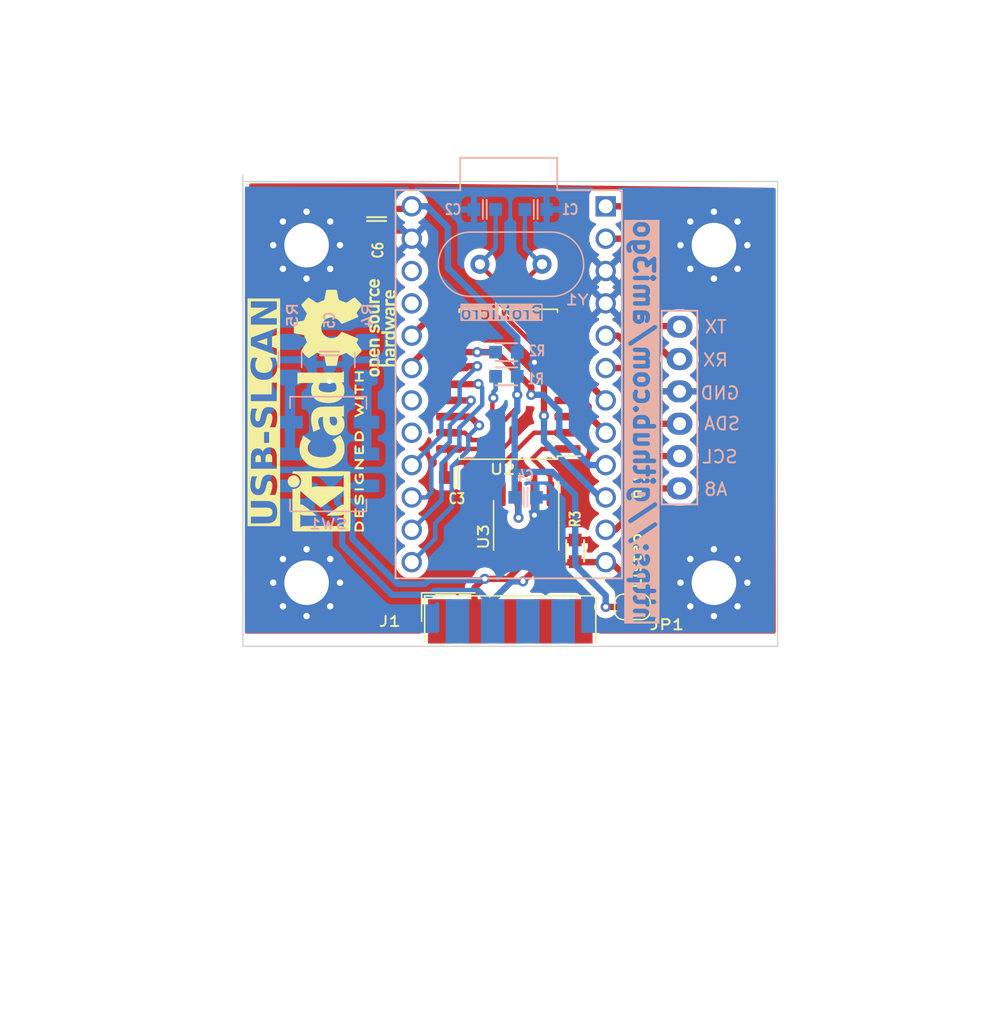
<source format=kicad_pcb>
(kicad_pcb (version 20221018) (generator pcbnew)
  (layers (0 "F.Cu" signal) (31 "B.Cu" signal) (34 "B.Paste" user) (35 "F.Paste" user) (36 "B.SilkS" user "B.Silkscreen") (37 "F.SilkS" user "F.Silkscreen") (38 "B.Mask" user) (39 "F.Mask" user) (44 "Edge.Cuts" user))
  (net 0 "")
  (net 1 "GND")
  (net 9 "/MCP2515/5V")
  (net 10 "Net-(C5-Pad1)")
  (net 11 "/MCP2515/RST")
  (net 12 "/MCP2515/INT")
  (net 14 "/MCP2515/TX0RST")
  (net 15 "/MCP2515/TX1RST")
  (net 17 "Net-(R4-Pad1)")
  (net 19 "/MCP2515/TX2RST")
  (net 20 "/MCP2515/RX1BF")
  (net 21 "/MCP2515/RX0BF")
  (net 22 "Net-(U2-OSC2)")
  (net 23 "Net-(U2-OSC1)")
  (net 24 "/RX")
  (net 25 "/TX")
  (net 27 "/MCP2515/CANL")
  (net 28 "/MCP2515/CANH")
  (net 29 "/MCP2515/TXD")
  (net 30 "/MCP2515/RXD")
  (net 31 "Net-(R5-Pad1)")
  (net 32 "/MCP2515/Listen_mode")
  (net 33 "/MCP2515/CS")
  (net 34 "/MCP2515/MOSI")
  (net 35 "/MCP2515/MISO")
  (net 36 "/MCP2515/CLK")
  (net 38 "Net-(J2-Pin_1)")
  (net 39 "Net-(J2-Pin_2)")
  (net 40 "Net-(J2-Pin_3)")
  (footprint "MountingHole:MountingHole_3.5mm_Pad_Via" (layer "F.Cu") (at 121.5 85.5)
    (fp_text reference "H2" hide)
    (fp_text value "MountingHole_Pad" hide)
    (pad "1" thru_hole circle (at -2.625 0) (size 0.8 0.8) (drill 0.5) (layers "*.Cu" "*.Mask") (net 1 "GND"))
    (pad "1" thru_hole circle (at -1.856155 -1.856155) (size 0.8 0.8) (drill 0.5) (layers "*.Cu" "*.Mask") (net 1 "GND"))
    (pad "1" thru_hole circle (at -1.856155 1.856155) (size 0.8 0.8) (drill 0.5) (layers "*.Cu" "*.Mask") (net 1 "GND"))
    (pad "1" thru_hole circle (at 0 -2.625) (size 0.8 0.8) (drill 0.5) (layers "*.Cu" "*.Mask") (net 1 "GND"))
    (pad "1" thru_hole circle (at 0 0) (size 7 7) (drill 3.5) (layers "*.Cu" "*.Mask") (net 1 "GND"))
    (pad "1" thru_hole circle (at 0 2.625) (size 0.8 0.8) (drill 0.5) (layers "*.Cu" "*.Mask") (net 1 "GND"))
    (pad "1" thru_hole circle (at 1.856155 -1.856155) (size 0.8 0.8) (drill 0.5) (layers "*.Cu" "*.Mask") (net 1 "GND"))
    (pad "1" thru_hole circle (at 1.856155 1.856155) (size 0.8 0.8) (drill 0.5) (layers "*.Cu" "*.Mask") (net 1 "GND"))
    (pad "1" thru_hole circle (at 2.625 0) (size 0.8 0.8) (drill 0.5) (layers "*.Cu" "*.Mask") (net 1 "GND"))
  )
  (footprint "Package_SO:SOIC-8_3.9x4.9mm_P1.27mm" (layer "F.Cu") (at 138.75 81 -90)
    (fp_text reference "U3" (at 0.9 3.35 90) (layer "F.SilkS") (effects (font (size 0.8 1))))
    (fp_text value "TJA1051T" hide)
    (pad "1" smd roundrect (at -2.475 -1.905 270) (size 1.95 0.6) (layers "F.Cu" "F.Paste" "F.Mask") (net 29 "/MCP2515/TXD"))
    (pad "2" smd roundrect (at -2.475 -0.635 270) (size 1.95 0.6) (layers "F.Cu" "F.Paste" "F.Mask") (net 1 "GND"))
    (pad "3" smd roundrect (at -2.475 0.635 270) (size 1.95 0.6) (layers "F.Cu" "F.Paste" "F.Mask") (net 9 "/MCP2515/5V"))
    (pad "4" smd roundrect (at -2.475 1.905 270) (size 1.95 0.6) (layers "F.Cu" "F.Paste" "F.Mask") (net 30 "/MCP2515/RXD"))
    (pad "5" smd roundrect (at 2.475 1.905 270) (size 1.95 0.6) (layers "F.Cu" "F.Paste" "F.Mask"))
    (pad "6" smd roundrect (at 2.475 0.635 270) (size 1.95 0.6) (layers "F.Cu" "F.Paste" "F.Mask") (net 27 "/MCP2515/CANL"))
    (pad "7" smd roundrect (at 2.475 -0.635 270) (size 1.95 0.6) (layers "F.Cu" "F.Paste" "F.Mask") (net 28 "/MCP2515/CANH"))
    (pad "8" smd roundrect (at 2.475 -1.905 270) (size 1.95 0.6) (layers "F.Cu" "F.Paste" "F.Mask") (net 32 "/MCP2515/Listen_mode"))
  )
  (footprint "Symbol:KiCad-Logo2_5mm_SilkScreen" (layer "F.Cu") (at 123 75.2 90)
    (fp_text reference "REF**" hide)
    (fp_text value "KiCad-Logo2_5mm_SilkScreen" hide)
  )
  (footprint "PCM_4ms_Capacitor:C_0603" (layer "F.Cu") (at 127 56.95 -90)
    (fp_text reference "C6" (at 2.45 -0.1 90) (layer "F.SilkS") (effects (font (size 0.8 0.65))))
    (fp_text value "100nF_0603_16V" hide)
    (pad "1" smd rect (at -0.85 0 270) (size 1 1) (layers "F.Cu" "F.Paste" "F.Mask") (net 9 "/MCP2515/5V"))
    (pad "2" smd rect (at 0.85 0 270) (size 1 1) (layers "F.Cu" "F.Paste" "F.Mask") (net 1 "GND"))
  )
  (footprint "Symbol:OSHW-Logo_7.5x8mm_SilkScreen" (layer "F.Cu") (at 124.5 65.5 90)
    (fp_text reference "REF**" hide)
    (fp_text value "OSHW-Logo_7.5x8mm_SilkScreen" hide)
  )
  (footprint "MountingHole:MountingHole_3.5mm_Pad_Via" (layer "F.Cu") (at 153.5 85.5)
    (fp_text reference "H4" hide)
    (fp_text value "MountingHole_Pad" hide)
    (pad "1" thru_hole circle (at -2.625 0) (size 0.8 0.8) (drill 0.5) (layers "*.Cu" "*.Mask") (net 1 "GND"))
    (pad "1" thru_hole circle (at -1.856155 -1.856155) (size 0.8 0.8) (drill 0.5) (layers "*.Cu" "*.Mask") (net 1 "GND"))
    (pad "1" thru_hole circle (at -1.856155 1.856155) (size 0.8 0.8) (drill 0.5) (layers "*.Cu" "*.Mask") (net 1 "GND"))
    (pad "1" thru_hole circle (at 0 -2.625) (size 0.8 0.8) (drill 0.5) (layers "*.Cu" "*.Mask") (net 1 "GND"))
    (pad "1" thru_hole circle (at 0 0) (size 7 7) (drill 3.5) (layers "*.Cu" "*.Mask") (net 1 "GND"))
    (pad "1" thru_hole circle (at 0 2.625) (size 0.8 0.8) (drill 0.5) (layers "*.Cu" "*.Mask") (net 1 "GND"))
    (pad "1" thru_hole circle (at 1.856155 -1.856155) (size 0.8 0.8) (drill 0.5) (layers "*.Cu" "*.Mask") (net 1 "GND"))
    (pad "1" thru_hole circle (at 1.856155 1.856155) (size 0.8 0.8) (drill 0.5) (layers "*.Cu" "*.Mask") (net 1 "GND"))
    (pad "1" thru_hole circle (at 2.625 0) (size 0.8 0.8) (drill 0.5) (layers "*.Cu" "*.Mask") (net 1 "GND"))
  )
  (footprint "PCM_4ms_Resistor:R_0603" (layer "F.Cu") (at 142.6 83 90)
    (fp_text reference "R3" (at 2.5 0 -270) (layer "F.SilkS") (effects (font (size 0.8 0.65))))
    (fp_text value "4.7k_0603" hide)
    (pad "1" smd rect (at -0.85 0 90) (size 1 1) (layers "F.Cu" "F.Paste" "F.Mask") (net 32 "/MCP2515/Listen_mode"))
    (pad "2" smd rect (at 0.85 0 90) (size 1 1) (layers "F.Cu" "F.Paste" "F.Mask") (net 1 "GND"))
  )
  (footprint "PCM_4ms_Capacitor:C_0603" (layer "F.Cu") (at 133.25 77.25)
    (fp_text reference "C3" (at 0.05 1.65) (layer "F.SilkS") (effects (font (size 0.8 0.65))))
    (fp_text value "100nF_0603_16V" hide)
    (pad "1" smd rect (at -0.85 0) (size 1 1) (layers "F.Cu" "F.Paste" "F.Mask") (net 9 "/MCP2515/5V"))
    (pad "2" smd rect (at 0.85 0) (size 1 1) (layers "F.Cu" "F.Paste" "F.Mask") (net 1 "GND"))
  )
  (footprint "Jumper:SolderJumper-2_P1.3mm_Open_RoundedPad1.0x1.5mm" (layer "F.Cu") (at 147.1 87.4 180)
    (fp_text reference "JP1" (at -2.7 -1.4) (layer "F.SilkS") (effects (font (size 0.8 1))))
    (fp_text value "SolderJumper_2_Open" hide)
    (fp_text user "Listeon only" (at -0.3 6 90 unlocked) (layer "F.SilkS") (effects (font (size 0.8 1))))
    (pad "1" smd custom (at -0.65 0 180) (size 1 0.5) (layers "F.Cu" "F.Mask") (net 32 "/MCP2515/Listen_mode") (options (clearance outline) (anchor rect)) (primitives (gr_circle (center 0 0.25) (end 0.5 0.25) (width 0) (fill yes)) (gr_circle (center 0 -0.25) (end 0.5 -0.25) (width 0) (fill yes)) (gr_poly (pts (xy 0.5 0.75) (xy 0 0.75) (xy 0 -0.75) (xy 0.5 -0.75)) (width 0) (fill yes))))
    (pad "2" smd custom (at 0.65 0 180) (size 1 0.5) (layers "F.Cu" "F.Mask") (net 9 "/MCP2515/5V") (options (clearance outline) (anchor rect)) (primitives (gr_circle (center 0 0.25) (end 0.5 0.25) (width 0) (fill yes)) (gr_circle (center 0 -0.25) (end 0.5 -0.25) (width 0) (fill yes)) (gr_poly (pts (xy 0 0.75) (xy -0.5 0.75) (xy -0.5 -0.75) (xy 0 -0.75)) (width 0) (fill yes))))
  )
  (footprint "MountingHole:MountingHole_3.5mm_Pad_Via" (layer "F.Cu") (at 121.5 59)
    (fp_text reference "H3" hide)
    (fp_text value "MountingHole_Pad" hide)
    (pad "1" thru_hole circle (at -2.625 0) (size 0.8 0.8) (drill 0.5) (layers "*.Cu" "*.Mask") (net 1 "GND"))
    (pad "1" thru_hole circle (at -1.856155 -1.856155) (size 0.8 0.8) (drill 0.5) (layers "*.Cu" "*.Mask") (net 1 "GND"))
    (pad "1" thru_hole circle (at -1.856155 1.856155) (size 0.8 0.8) (drill 0.5) (layers "*.Cu" "*.Mask") (net 1 "GND"))
    (pad "1" thru_hole circle (at 0 -2.625) (size 0.8 0.8) (drill 0.5) (layers "*.Cu" "*.Mask") (net 1 "GND"))
    (pad "1" thru_hole circle (at 0 0) (size 7 7) (drill 3.5) (layers "*.Cu" "*.Mask") (net 1 "GND"))
    (pad "1" thru_hole circle (at 0 2.625) (size 0.8 0.8) (drill 0.5) (layers "*.Cu" "*.Mask") (net 1 "GND"))
    (pad "1" thru_hole circle (at 1.856155 -1.856155) (size 0.8 0.8) (drill 0.5) (layers "*.Cu" "*.Mask") (net 1 "GND"))
    (pad "1" thru_hole circle (at 1.856155 1.856155) (size 0.8 0.8) (drill 0.5) (layers "*.Cu" "*.Mask") (net 1 "GND"))
    (pad "1" thru_hole circle (at 2.625 0) (size 0.8 0.8) (drill 0.5) (layers "*.Cu" "*.Mask") (net 1 "GND"))
  )
  (footprint "Connectors_local:DSUB-9_Male_EdgeMount_P2.77mm" (layer "F.Cu") (at 137.5 88.5375)
    (fp_text reference "J1" (at -9.463333 0) (layer "F.SilkS") (effects (font (size 0.8 1))))
    (fp_text value "DE9_Plug_MountingHoles")
    (pad "1" smd rect (at -5.54 0) (size 1.846667 3.48) (layers "F.Cu" "F.Paste" "F.Mask"))
    (pad "2" smd rect (at -2.77 0) (size 1.846667 3.48) (layers "F.Cu" "F.Paste" "F.Mask") (net 27 "/MCP2515/CANL"))
    (pad "3" smd rect (at 0 0) (size 1.846667 3.48) (layers "F.Cu" "F.Paste" "F.Mask"))
    (pad "4" smd rect (at 2.77 0) (size 1.846667 3.48) (layers "F.Cu" "F.Paste" "F.Mask"))
    (pad "5" smd rect (at 5.54 0) (size 1.846667 3.48) (layers "F.Cu" "F.Paste" "F.Mask"))
    (pad "6" smd rect (at -4.155 0) (size 1.846667 3.48) (layers "B.Cu" "B.Paste" "B.Mask"))
    (pad "7" smd rect (at -1.385 0) (size 1.846667 3.48) (layers "B.Cu" "B.Paste" "B.Mask") (net 28 "/MCP2515/CANH"))
    (pad "8" smd rect (at 1.385 0) (size 1.846667 3.48) (layers "B.Cu" "B.Paste" "B.Mask"))
    (pad "9" smd rect (at 4.155 0) (size 1.846667 3.48) (layers "B.Cu" "B.Paste" "B.Mask"))
  )
  (footprint "MountingHole:MountingHole_3.5mm_Pad_Via" (layer "F.Cu") (at 153.5 59)
    (fp_text reference "H1" hide)
    (fp_text value "MountingHole_Pad" hide)
    (pad "1" thru_hole circle (at -2.625 0) (size 0.8 0.8) (drill 0.5) (layers "*.Cu" "*.Mask") (net 1 "GND"))
    (pad "1" thru_hole circle (at -1.856155 -1.856155) (size 0.8 0.8) (drill 0.5) (layers "*.Cu" "*.Mask") (net 1 "GND"))
    (pad "1" thru_hole circle (at -1.856155 1.856155) (size 0.8 0.8) (drill 0.5) (layers "*.Cu" "*.Mask") (net 1 "GND"))
    (pad "1" thru_hole circle (at 0 -2.625) (size 0.8 0.8) (drill 0.5) (layers "*.Cu" "*.Mask") (net 1 "GND"))
    (pad "1" thru_hole circle (at 0 0) (size 7 7) (drill 3.5) (layers "*.Cu" "*.Mask") (net 1 "GND"))
    (pad "1" thru_hole circle (at 0 2.625) (size 0.8 0.8) (drill 0.5) (layers "*.Cu" "*.Mask") (net 1 "GND"))
    (pad "1" thru_hole circle (at 1.856155 -1.856155) (size 0.8 0.8) (drill 0.5) (layers "*.Cu" "*.Mask") (net 1 "GND"))
    (pad "1" thru_hole circle (at 1.856155 1.856155) (size 0.8 0.8) (drill 0.5) (layers "*.Cu" "*.Mask") (net 1 "GND"))
    (pad "1" thru_hole circle (at 2.625 0) (size 0.8 0.8) (drill 0.5) (layers "*.Cu" "*.Mask") (net 1 "GND"))
  )
  (footprint "Package_SO:SOIC-18W_7.5x11.6mm_P1.27mm" (layer "F.Cu") (at 137.35 69.92 180)
    (fp_text reference "U2" (at 0.45 -6.68) (layer "F.SilkS") (effects (font (size 0.8 1))))
    (fp_text value "MCP2515-xSO" hide)
    (pad "1" smd roundrect (at -4.65 -5.08 180) (size 2.05 0.6) (layers "F.Cu" "F.Paste" "F.Mask") (net 29 "/MCP2515/TXD"))
    (pad "2" smd roundrect (at -4.65 -3.81 180) (size 2.05 0.6) (layers "F.Cu" "F.Paste" "F.Mask") (net 30 "/MCP2515/RXD"))
    (pad "3" smd roundrect (at -4.65 -2.54 180) (size 2.05 0.6) (layers "F.Cu" "F.Paste" "F.Mask"))
    (pad "4" smd roundrect (at -4.65 -1.27 180) (size 2.05 0.6) (layers "F.Cu" "F.Paste" "F.Mask") (net 14 "/MCP2515/TX0RST"))
    (pad "5" smd roundrect (at -4.65 0 180) (size 2.05 0.6) (layers "F.Cu" "F.Paste" "F.Mask") (net 15 "/MCP2515/TX1RST"))
    (pad "6" smd roundrect (at -4.65 1.27 180) (size 2.05 0.6) (layers "F.Cu" "F.Paste" "F.Mask") (net 19 "/MCP2515/TX2RST"))
    (pad "7" smd roundrect (at -4.65 2.54 180) (size 2.05 0.6) (layers "F.Cu" "F.Paste" "F.Mask") (net 22 "Net-(U2-OSC2)"))
    (pad "8" smd roundrect (at -4.65 3.81 180) (size 2.05 0.6) (layers "F.Cu" "F.Paste" "F.Mask") (net 23 "Net-(U2-OSC1)"))
    (pad "9" smd roundrect (at -4.65 5.08 180) (size 2.05 0.6) (layers "F.Cu" "F.Paste" "F.Mask") (net 1 "GND"))
    (pad "10" smd roundrect (at 4.65 5.08 180) (size 2.05 0.6) (layers "F.Cu" "F.Paste" "F.Mask") (net 20 "/MCP2515/RX1BF"))
    (pad "11" smd roundrect (at 4.65 3.81 180) (size 2.05 0.6) (layers "F.Cu" "F.Paste" "F.Mask") (net 21 "/MCP2515/RX0BF"))
    (pad "12" smd roundrect (at 4.65 2.54 180) (size 2.05 0.6) (layers "F.Cu" "F.Paste" "F.Mask") (net 12 "/MCP2515/INT"))
    (pad "13" smd roundrect (at 4.65 1.27 180) (size 2.05 0.6) (layers "F.Cu" "F.Paste" "F.Mask") (net 36 "/MCP2515/CLK"))
    (pad "14" smd roundrect (at 4.65 0 180) (size 2.05 0.6) (layers "F.Cu" "F.Paste" "F.Mask") (net 34 "/MCP2515/MOSI"))
    (pad "15" smd roundrect (at 4.65 -1.27 180) (size 2.05 0.6) (layers "F.Cu" "F.Paste" "F.Mask") (net 35 "/MCP2515/MISO"))
    (pad "16" smd roundrect (at 4.65 -2.54 180) (size 2.05 0.6) (layers "F.Cu" "F.Paste" "F.Mask") (net 33 "/MCP2515/CS"))
    (pad "17" smd roundrect (at 4.65 -3.81 180) (size 2.05 0.6) (layers "F.Cu" "F.Paste" "F.Mask") (net 11 "/MCP2515/RST"))
    (pad "18" smd roundrect (at 4.65 -5.08 180) (size 2.05 0.6) (layers "F.Cu" "F.Paste" "F.Mask") (net 9 "/MCP2515/5V"))
  )
  (footprint "PCM_4ms_Capacitor:C_0603" (layer "B.Cu") (at 139.5 56.2)
    (fp_text reference "C1" (at 2.7 0 180) (layer "B.SilkS") (effects (font (size 0.8 0.65)) (justify mirror)))
    (fp_text value "18pF_0603_50V" hide)
    (pad "1" smd rect (at -0.85 0) (size 1 1) (layers "B.Cu" "B.Paste" "B.Mask") (net 23 "Net-(U2-OSC1)"))
    (pad "2" smd rect (at 0.85 0) (size 1 1) (layers "B.Cu" "B.Paste" "B.Mask") (net 1 "GND"))
  )
  (footprint "PCM_4ms_Resistor:R_1206_3216Metric" (layer "B.Cu") (at 126.2 68 90)
    (fp_text reference "R4" (at 3.5 0.1 90) (layer "B.SilkS") (effects (font (size 0.8 1)) (justify mirror)))
    (fp_text value "60.4R_1206" hide)
    (pad "1" smd roundrect (at -1.4 0 90) (size 1.25 1.75) (layers "B.Cu" "B.Paste" "B.Mask") (roundrect_rratio 0.2) (net 17 "Net-(R4-Pad1)"))
    (pad "2" smd roundrect (at 1.4 0 90) (size 1.25 1.75) (layers "B.Cu" "B.Paste" "B.Mask") (roundrect_rratio 0.2) (net 10 "Net-(C5-Pad1)"))
  )
  (footprint "PCM_4ms_Resistor:R_0603" (layer "B.Cu") (at 137.2 67.4 180)
    (fp_text reference "R2" (at -2.4 0.1) (layer "B.SilkS") (effects (font (size 0.8 0.65)) (justify mirror)))
    (fp_text value "4.7k_0603" hide)
    (pad "1" smd rect (at -0.85 0 180) (size 1 1) (layers "B.Cu" "B.Paste" "B.Mask") (net 9 "/MCP2515/5V"))
    (pad "2" smd rect (at 0.85 0 180) (size 1 1) (layers "B.Cu" "B.Paste" "B.Mask") (net 12 "/MCP2515/INT"))
  )
  (footprint "Crystal:Crystal_HC49-4H_Vertical" (layer "B.Cu") (at 140 60.5 180)
    (fp_text reference "Y1" (at -2.75 -2.8) (layer "B.SilkS") (effects (font (size 0.8 1)) (justify mirror)))
    (fp_text value "8Mhz" hide)
    (pad "1" thru_hole circle (at 0 0 180) (size 1.5 1.5) (drill 0.8) (layers "*.Cu" "*.Mask") (net 23 "Net-(U2-OSC1)"))
    (pad "2" thru_hole circle (at 4.88 0 180) (size 1.5 1.5) (drill 0.8) (layers "*.Cu" "*.Mask") (net 22 "Net-(U2-OSC2)"))
  )
  (footprint "promicro:ProMicro-EnforcedTop" (layer "B.Cu") (at 137.38 69.92 -90)
    (fp_text reference "U1" hide)
    (fp_text value "ProMicro")
    (pad "1" thru_hole rect (at -13.97 -7.62 270) (size 1.6 1.6) (drill 1.1) (layers "*.Cu" "F.Mask") (net 25 "/TX"))
    (pad "2" thru_hole circle (at -11.43 -7.62 270) (size 1.6 1.6) (drill 1.1) (layers "*.Cu" "F.Mask") (net 24 "/RX"))
    (pad "3" thru_hole circle (at -8.89 -7.62 270) (size 1.6 1.6) (drill 1.1) (layers "*.Cu" "F.Mask") (net 1 "GND"))
    (pad "4" thru_hole circle (at -6.35 -7.62 270) (size 1.6 1.6) (drill 1.1) (layers "*.Cu" "F.Mask") (net 1 "GND"))
    (pad "5" thru_hole circle (at -3.81 -7.62 270) (size 1.6 1.6) (drill 1.1) (layers "*.Cu" "F.Mask") (net 40 "Net-(J2-Pin_3)"))
    (pad "6" thru_hole circle (at -1.27 -7.62 270) (size 1.6 1.6) (drill 1.1) (layers "*.Cu" "F.Mask") (net 39 "Net-(J2-Pin_2)"))
    (pad "7" thru_hole circle (at 1.27 -7.62 270) (size 1.6 1.6) (drill 1.1) (layers "*.Cu" "F.Mask") (net 15 "/MCP2515/TX1RST"))
    (pad "8" thru_hole circle (at 3.81 -7.62 270) (size 1.6 1.6) (drill 1.1) (layers "*.Cu" "F.Mask") (net 14 "/MCP2515/TX0RST"))
    (pad "9" thru_hole circle (at 6.35 -7.62 270) (size 1.6 1.6) (drill 1.1) (layers "*.Cu" "F.Mask") (net 12 "/MCP2515/INT"))
    (pad "10" thru_hole circle (at 8.89 -7.62 270) (size 1.6 1.6) (drill 1.1) (layers "*.Cu" "F.Mask") (net 19 "/MCP2515/TX2RST"))
    (pad "11" thru_hole circle (at 11.43 -7.62 270) (size 1.6 1.6) (drill 1.1) (layers "*.Cu" "F.Mask") (net 38 "Net-(J2-Pin_1)"))
    (pad "12" thru_hole circle (at 13.97 -7.62 270) (size 1.6 1.6) (drill 1.1) (layers "*.Cu" "F.Mask") (net 32 "/MCP2515/Listen_mode"))
    (pad "13" thru_hole circle (at 13.97 7.62 270) (size 1.6 1.6) (drill 1.1) (layers "*.Cu" "F.Mask") (net 33 "/MCP2515/CS"))
    (pad "14" thru_hole circle (at 11.43 7.62 270) (size 1.6 1.6) (drill 1.1) (layers "*.Cu" "F.Mask") (net 34 "/MCP2515/MOSI"))
    (pad "15" thru_hole circle (at 8.89 7.62 270) (size 1.6 1.6) (drill 1.1) (layers "*.Cu" "F.Mask") (net 35 "/MCP2515/MISO"))
    (pad "16" thru_hole circle (at 6.35 7.62 270) (size 1.6 1.6) (drill 1.1) (layers "*.Cu" "F.Mask") (net 36 "/MCP2515/CLK"))
    (pad "17" thru_hole circle (at 3.81 7.62 270) (size 1.6 1.6) (drill 1.1) (layers "*.Cu" "F.Mask"))
    (pad "18" thru_hole circle (at 1.27 7.62 270) (size 1.6 1.6) (drill 1.1) (layers "*.Cu" "F.Mask"))
    (pad "19" thru_hole circle (at -1.27 7.62 270) (size 1.6 1.6) (drill 1.1) (layers "*.Cu" "F.Mask") (net 21 "/MCP2515/RX0BF"))
    (pad "20" thru_hole circle (at -3.81 7.62 270) (size 1.6 1.6) (drill 1.1) (layers "*.Cu" "F.Mask") (net 20 "/MCP2515/RX1BF"))
    (pad "21" thru_hole circle (at -6.35 7.62 270) (size 1.6 1.6) (drill 1.1) (layers "*.Cu" "F.Mask"))
    (pad "22" thru_hole circle (at -8.89 7.62 270) (size 1.6 1.6) (drill 1.1) (layers "*.Cu" "F.Mask") (net 11 "/MCP2515/RST"))
    (pad "23" thru_hole circle (at -11.43 7.62 270) (size 1.6 1.6) (drill 1.1) (layers "*.Cu" "F.Mask") (net 1 "GND"))
    (pad "24" thru_hole circle (at -13.97 7.62 270) (size 1.6 1.6) (drill 1.1) (layers "*.Cu" "F.Mask") (net 9 "/MCP2515/5V"))
  )
  (footprint "PCM_4ms_Connector:Pins_1x06_2.54mm_TH_SWD" (layer "B.Cu") (at 150.8 71.75)
    (fp_text reference "J2" hide)
    (fp_text value "Conn_01x06" hide)
    (pad "1" thru_hole oval (at 0 6.35) (size 2.032 1.7272) (drill 1.016) (layers "*.Cu" "*.Mask") (net 38 "Net-(J2-Pin_1)"))
    (pad "2" thru_hole oval (at 0 3.81) (size 2.032 1.7272) (drill 1.016) (layers "*.Cu" "*.Mask") (net 39 "Net-(J2-Pin_2)"))
    (pad "3" thru_hole oval (at 0 1.27) (size 2.032 1.7272) (drill 1.016) (layers "*.Cu" "*.Mask") (net 40 "Net-(J2-Pin_3)"))
    (pad "4" thru_hole oval (at 0 -1.27) (size 2.032 1.7272) (drill 1.016) (layers "*.Cu" "*.Mask") (net 1 "GND"))
    (pad "5" thru_hole oval (at 0 -3.81) (size 2.032 1.7272) (drill 1.016) (layers "*.Cu" "*.Mask") (net 24 "/RX"))
    (pad "6" thru_hole oval (at 0 -6.35) (size 2.032 1.7272) (drill 1.016) (layers "*.Cu" "*.Mask") (net 25 "/TX"))
  )
  (footprint "PCM_4ms_Resistor:R_0603" (layer "B.Cu") (at 137.2 69.3 180)
    (fp_text reference "R1" (at -2.3 -0.2) (layer "B.SilkS") (effects (font (size 0.8 0.65)) (justify mirror)))
    (fp_text value "4.7k_0603" hide)
    (pad "1" smd rect (at -0.85 0 180) (size 1 1) (layers "B.Cu" "B.Paste" "B.Mask") (net 9 "/MCP2515/5V"))
    (pad "2" smd rect (at 0.85 0 180) (size 1 1) (layers "B.Cu" "B.Paste" "B.Mask") (net 11 "/MCP2515/RST"))
  )
  (footprint "PCM_4ms_Capacitor:C_0603" (layer "B.Cu") (at 135.5 56.2 180)
    (fp_text reference "C2" (at 2.5 0 180) (layer "B.SilkS") (effects (font (size 0.8 0.65)) (justify mirror)))
    (fp_text value "18pF_0603_50V" hide)
    (pad "1" smd rect (at -0.85 0 180) (size 1 1) (layers "B.Cu" "B.Paste" "B.Mask") (net 22 "Net-(U2-OSC2)"))
    (pad "2" smd rect (at 0.85 0 180) (size 1 1) (layers "B.Cu" "B.Paste" "B.Mask") (net 1 "GND"))
  )
  (footprint "PCM_4ms_Resistor:R_1206_3216Metric" (layer "B.Cu") (at 120.2 68 90)
    (fp_text reference "R5" (at 3.5 0.2 90) (layer "B.SilkS") (effects (font (size 0.8 1)) (justify mirror)))
    (fp_text value "60.4R_1206" hide)
    (pad "1" smd roundrect (at -1.4 0 90) (size 1.25 1.75) (layers "B.Cu" "B.Paste" "B.Mask") (roundrect_rratio 0.2) (net 31 "Net-(R5-Pad1)"))
    (pad "2" smd roundrect (at 1.4 0 90) (size 1.25 1.75) (layers "B.Cu" "B.Paste" "B.Mask") (roundrect_rratio 0.2) (net 10 "Net-(C5-Pad1)"))
  )
  (footprint "Switches:MSS22D18" (layer "B.Cu") (at 123.2 75.4 90)
    (fp_text reference "SW1" (at -5.5 0) (layer "B.SilkS") (effects (font (size 0.8 1)) (justify mirror)))
    (fp_text value "MSS22D18" hide)
    (pad "1" smd rect (at -2.5 -3 90) (size 1 2) (layers "B.Cu" "B.Paste" "B.Mask") (net 28 "/MCP2515/CANH"))
    (pad "2" smd rect (at 0 -3 90) (size 1 2) (layers "B.Cu" "B.Paste" "B.Mask") (net 31 "Net-(R5-Pad1)"))
    (pad "3" smd rect (at 2.5 -3 90) (size 1 2) (layers "B.Cu" "B.Paste" "B.Mask") (net 31 "Net-(R5-Pad1)"))
    (pad "4" smd rect (at 2.5 3 90) (size 1 2) (layers "B.Cu" "B.Paste" "B.Mask") (net 17 "Net-(R4-Pad1)"))
    (pad "5" smd rect (at 0 3 90) (size 1 2) (layers "B.Cu" "B.Paste" "B.Mask") (net 17 "Net-(R4-Pad1)"))
    (pad "6" smd rect (at -2.5 3 90) (size 1 2) (layers "B.Cu" "B.Paste" "B.Mask") (net 27 "/MCP2515/CANL"))
  )
  (footprint "PCM_4ms_Capacitor:C_0603" (layer "B.Cu") (at 123.3 67.5 -90)
    (fp_text reference "C5" (at -2.6 0 90) (layer "B.SilkS") (effects (font (size 0.8 0.65)) (justify mirror)))
    (fp_text value "100nF_0603_16V" hide)
    (pad "1" smd rect (at -0.85 0 270) (size 1 1) (layers "B.Cu" "B.Paste" "B.Mask") (net 10 "Net-(C5-Pad1)"))
    (pad "2" smd rect (at 0.85 0 270) (size 1 1) (layers "B.Cu" "B.Paste" "B.Mask") (net 1 "GND"))
  )
  (footprint "PCM_4ms_Capacitor:C_0603" (layer "B.Cu") (at 138.7 78.8)
    (fp_text reference "C4" (at 0 -1.7) (layer "B.SilkS") (effects (font (size 0.8 0.65)) (justify mirror)))
    (fp_text value "100nF_0603_16V" hide)
    (pad "1" smd rect (at -0.85 0) (size 1 1) (layers "B.Cu" "B.Paste" "B.Mask") (net 9 "/MCP2515/5V"))
    (pad "2" smd rect (at 0.85 0) (size 1 1) (layers "B.Cu" "B.Paste" "B.Mask") (net 1 "GND"))
  )
  (gr_line (start 158.5 90.5) (end 158.5 54) (stroke (width 0.1)) (layer "Edge.Cuts"))
  (gr_line (start 116.5 90.5) (end 158.5 90.5) (stroke (width 0.1)) (layer "Edge.Cuts"))
  (gr_line (start 116.5 53.5) (end 116.5 90.5) (stroke (width 0.1)) (layer "Edge.Cuts"))
  (gr_line (start 158.5 54) (end 116.5 54) (stroke (width 0.1)) (layer "Edge.Cuts"))
  (gr_text "SDA\n" (at 155.65 73.6) (layer "B.SilkS") (effects (font (size 1 1)) (justify left bottom mirror)))
  (gr_text "RX" (at 154.7 68.6) (layer "B.SilkS") (effects (font (size 1 1)) (justify left bottom mirror)))
  (gr_text "ProMicro" (at 140.2 64.9) (layer "B.SilkS" knockout) (effects (font (size 1 1)) (justify left bottom mirror)))
  (gr_text "SCL" (at 155.45 76.2) (layer "B.SilkS") (effects (font (size 1 1)) (justify left bottom mirror)))
  (gr_text "https://github.com/ami3go" (at 147.1 88.95 270) (layer "B.SilkS" knockout) (effects (font (size 1.5 1.5) (thickness 0.35) bold) (justify left bottom mirror)))
  (gr_text "A8" (at 154.65 78.75) (layer "B.SilkS") (effects (font (size 1 1)) (justify left bottom mirror)))
  (gr_text "GND" (at 155.6 71.2) (layer "B.SilkS") (effects (font (size 1 1)) (justify left bottom mirror)))
  (gr_text "TX" (at 154.6 66) (layer "B.SilkS") (effects (font (size 1 1)) (justify left bottom mirror)))
  (gr_text "USB-SLCAN" (at 119.5 81.1 -270) (layer "F.SilkS" knockout) (effects (font (size 2 2) (thickness 0.3) bold) (justify left bottom)))
  (segment (start 129.12 57.85) (end 129.76 58.49) (width 0.5) (layer "F.Cu") (net 1))
  (segment (start 133.6 59.3) (end 134.65 58.25) (width 0.35) (layer "F.Cu") (net 1))
  (segment (start 141.4 61.2) (end 141.4 59.8) (width 0.35) (layer "F.Cu") (net 1))
  (segment (start 140 54.9) (end 135 54.9) (width 0.35) (layer "F.Cu") (net 1))
  (segment (start 140.34 64.84) (end 139.5 64) (width 0.35) (layer "F.Cu") (net 1))
  (segment (start 126.9 57.85) (end 129.12 57.85) (width 0.5) (layer "F.Cu") (net 1))
  (segment (start 136.1 65.1) (end 136.1 63.6) (width 0.35) (layer "F.Cu") (net 1))
  (segment (start 141.4 59.8) (end 140.35 58.75) (width 0.35) (layer "F.Cu") (net 1))
  (segment (start 139.4 68.2) (end 139.2 68.2) (width 0.35) (layer "F.Cu") (net 1))
  (segment (start 139.385 80.185) (end 139.4 80.2) (width 0.5) (layer "F.Cu") (net 1))
  (segment (start 139.385 78.525) (end 139.385 80.185) (width 0.5) (layer "F.Cu") (net 1))
  (segment (start 140.35 58.75) (end 140.35 56.2) (width 0.35) (layer "F.Cu") (net 1))
  (segment (start 139.4 80.2) (end 141.35 82.15) (width 0.35) (layer "F.Cu") (net 1))
  (segment (start 133.6 61.1) (end 133.6 59.3) (width 0.35) (layer "F.Cu") (net 1))
  (segment (start 134.65 55.25) (end 134.65 56.2) (width 0.35) (layer "F.Cu") (net 1))
  (segment (start 142 64.84) (end 140.34 64.84) (width 0.35) (layer "F.Cu") (net 1))
  (segment (start 136.1 63.6) (end 133.6 61.1) (width 0.35) (layer "F.Cu") (net 1))
  (segment (start 141.35 82.15) (end 142.6 82.15) (width 0.35) (layer "F.Cu") (net 1))
  (segment (start 139.5 64) (end 139.5 63.1) (width 0.35) (layer "F.Cu") (net 1))
  (segment (start 134.65 58.25) (end 134.65 56.2) (width 0.35) (layer "F.Cu") (net 1))
  (segment (start 140.35 56.2) (end 140.35 55.25) (width 0.35) (layer "F.Cu") (net 1))
  (segment (start 139.2 68.2) (end 136.1 65.1) (width 0.35) (layer "F.Cu") (net 1))
  (segment (start 135 54.9) (end 134.65 55.25) (width 0.35) (layer "F.Cu") (net 1))
  (segment (start 139.5 63.1) (end 141.4 61.2) (width 0.35) (layer "F.Cu") (net 1))
  (segment (start 140.35 55.25) (end 140 54.9) (width 0.35) (layer "F.Cu") (net 1))
  (via (at 139.4 68.2) (size 0.8) (drill 0.4) (layers "F.Cu" "B.Cu") (net 1))
  (via (at 123.3 69.7) (size 0.8) (drill 0.4) (layers "F.Cu" "B.Cu") (net 1))
  (via (at 139.4 80.2) (size 0.8) (drill 0.4) (layers "F.Cu" "B.Cu") (net 1))
  (segment (start 139.5 80.3) (end 139.4 80.2) (width 0.35) (layer "B.Cu") (net 1))
  (segment (start 123.3 68.35) (end 123.3 69.7) (width 0.8) (layer "B.Cu") (net 1))
  (segment (start 139.4 80.2) (end 139.4 78.95) (width 0.5) (layer "B.Cu") (net 1))
  (segment (start 139.4 78.95) (end 139.55 78.8) (width 0.35) (layer "B.Cu") (net 1))
  (segment (start 141.05 81.4) (end 141.2 81.4) (width 0.35) (layer "B.Cu") (net 1))
  (segment (start 138.05 71.75) (end 136.75 73.05) (width 0.35) (layer "F.Cu") (net 9))
  (segment (start 129.56 56.15) (end 129.76 55.95) (width 0.5) (layer "F.Cu") (net 9))
  (segment (start 136.75 73.05) (end 136.75 73.969238) (width 0.35) (layer "F.Cu") (net 9))
  (segment (start 138.05 70.75) (end 138.05 71.75) (width 0.35) (layer "F.Cu") (net 9))
  (segment (start 138.115 78.525) (end 138.115 80.365) (width 0.5) (layer "F.Cu") (net 9))
  (segment (start 132.4 75.85) (end 132.4 77.25) (width 0.35) (layer "F.Cu") (net 9))
  (segment (start 135.719238 75) (end 132.7 75) (width 0.35) (layer "F.Cu") (net 9))
  (segment (start 136.75 73.969238) (end 135.719238 75) (width 0.35) (layer "F.Cu") (net 9))
  (segment (start 132.7 75) (end 132.7 75.55) (width 0.35) (layer "F.Cu") (net 9))
  (segment (start 132.7 75.55) (end 132.4 75.85) (width 0.35) (layer "F.Cu") (net 9))
  (segment (start 126.9 56.15) (end 129.56 56.15) (width 0.5) (layer "F.Cu") (net 9))
  (segment (start 145 87.4) (end 146.45 87.4) (width 0.5) (layer "F.Cu") (net 9))
  (segment (start 138.115 80.365) (end 138.15 80.4) (width 0.5) (layer "F.Cu") (net 9))
  (via (at 138.05 70.75) (size 0.8) (drill 0.4) (layers "F.Cu" "B.Cu") (net 9))
  (via (at 145 87.4) (size 0.8) (drill 0.4) (layers "F.Cu" "B.Cu") (net 9))
  (via (at 138.15 80.4) (size 0.8) (drill 0.4) (layers "F.Cu" "B.Cu") (net 9))
  (segment (start 142.6 78.6) (end 142.6 84.1) (width 0.5) (layer "B.Cu") (net 9))
  (segment (start 145 87.4) (end 144.9 87.3) (width 0.5) (layer "B.Cu") (net 9))
  (segment (start 138.05 66.25) (end 132.6 60.8) (width 0.5) (layer "B.Cu") (net 9))
  (segment (start 138.05 70.75) (end 138.05 72.05) (width 0.5) (layer "B.Cu") (net 9))
  (segment (start 138.05 70.75) (end 138.05 67.4) (width 0.5) (layer "B.Cu") (net 9))
  (segment (start 145 86.5) (end 145 87.4) (width 0.5) (layer "B.Cu") (net 9))
  (segment (start 138.15 80.4) (end 138.15 79.1) (width 0.5) (layer "B.Cu") (net 9))
  (segment (start 137.85 76.8) (end 140.8 76.8) (width 0.5) (layer "B.Cu") (net 9))
  (segment (start 137.85 76.8) (end 137.85 78.8) (width 0.5) (layer "B.Cu") (net 9))
  (segment (start 132.6 57.6) (end 130.95 55.95) (width 0.5) (layer "B.Cu") (net 9))
  (segment (start 142.6 84.1) (end 145 86.5) (width 0.5) (layer "B.Cu") (net 9))
  (segment (start 130.95 55.95) (end 129.76 55.95) (width 0.5) (layer "B.Cu") (net 9))
  (segment (start 137.85 72.25) (end 137.85 76.8) (width 0.5) (layer "B.Cu") (net 9))
  (segment (start 132.6 60.8) (end 132.6 57.6) (width 0.5) (layer "B.Cu") (net 9))
  (segment (start 138.05 67.4) (end 138.05 66.25) (width 0.5) (layer "B.Cu") (net 9))
  (segment (start 138.15 79.1) (end 137.85 78.8) (width 0.5) (layer "B.Cu") (net 9))
  (segment (start 140.8 76.8) (end 142.6 78.6) (width 0.5) (layer "B.Cu") (net 9))
  (segment (start 138.05 72.05) (end 137.85 72.25) (width 0.5) (layer "B.Cu") (net 9))
  (segment (start 120.2 66.6) (end 126.2 66.6) (width 0.8) (layer "B.Cu") (net 10))
  (segment (start 134.5 74.3) (end 133.93 73.73) (width 0.35) (layer "F.Cu") (net 11))
  (segment (start 133.93 73.73) (end 132.7 73.73) (width 0.35) (layer "F.Cu") (net 11))
  (segment (start 135.5 74.3) (end 134.5 74.3) (width 0.35) (layer "F.Cu") (net 11))
  (segment (start 136.1 71.0745) (end 136.1 73.7) (width 0.35) (layer "F.Cu") (net 11))
  (segment (start 136.1745 71) (end 136.1 71.0745) (width 0.35) (layer "F.Cu") (net 11))
  (segment (start 136.1 73.7) (end 135.5 74.3) (width 0.35) (layer "F.Cu") (net 11))
  (via (at 136.1745 71) (size 0.8) (drill 0.4) (layers "F.Cu" "B.Cu") (net 11))
  (segment (start 136.1745 71) (end 136.1745 70.5255) (width 0.35) (layer "B.Cu") (net 11))
  (segment (start 136.35 70.35) (end 136.35 69.3) (width 0.35) (layer "B.Cu") (net 11))
  (segment (start 136.35 69.3) (end 136.35 68.95) (width 0.35) (layer "B.Cu") (net 11))
  (segment (start 136.1745 70.5255) (end 136.35 70.35) (width 0.35) (layer "B.Cu") (net 11))
  (segment (start 139.15 70.75) (end 139.15 70.15) (width 0.5) (layer "F.Cu") (net 12))
  (segment (start 136.4 67.4) (end 134.9 67.4) (width 0.5) (layer "F.Cu") (net 12))
  (segment (start 132.7 67.38) (end 134.9 67.4) (width 0.5) (layer "F.Cu") (net 12))
  (segment (start 139.15 70.15) (end 136.4 67.4) (width 0.5) (layer "F.Cu") (net 12))
  (via (at 134.9 67.4) (size 0.8) (drill 0.4) (layers "F.Cu" "B.Cu") (net 12))
  (via (at 139.15 70.75) (size 0.8) (drill 0.4) (layers "F.Cu" "B.Cu") (net 12))
  (segment (start 141.35 72) (end 141.35 73.9) (width 0.5) (layer "B.Cu") (net 12))
  (segment (start 141.35 73.9) (end 143.72 76.27) (width 0.5) (layer "B.Cu") (net 12))
  (segment (start 134.9 67.4) (end 136.35 67.4) (width 0.35) (layer "B.Cu") (net 12))
  (segment (start 140.1 70.75) (end 141.35 72) (width 0.5) (layer "B.Cu") (net 12))
  (segment (start 139.15 70.75) (end 140.1 70.75) (width 0.5) (layer "B.Cu") (net 12))
  (segment (start 143.72 76.27) (end 145 76.27) (width 0.5) (layer "B.Cu") (net 12))
  (segment (start 142 71.19) (end 143.19 71.19) (width 0.5) (layer "F.Cu") (net 14))
  (segment (start 143.65 72.38) (end 145 73.73) (width 0.5) (layer "F.Cu") (net 14))
  (segment (start 143.65 71.65) (end 143.65 72.38) (width 0.5) (layer "F.Cu") (net 14))
  (segment (start 143.19 71.19) (end 143.65 71.65) (width 0.5) (layer "F.Cu") (net 14))
  (segment (start 143.73 69.92) (end 145 71.19) (width 0.5) (layer "F.Cu") (net 15))
  (segment (start 142 69.92) (end 143.73 69.92) (width 0.5) (layer "F.Cu") (net 15))
  (segment (start 126.2 75.4) (end 126.2 69.4) (width 0.8) (layer "B.Cu") (net 17))
  (segment (start 140.15 69.35) (end 140.85 68.65) (width 0.5) (layer "F.Cu") (net 19))
  (segment (start 140.85 68.65) (end 142 68.65) (width 0.5) (layer "F.Cu") (net 19))
  (segment (start 140.15 72.4) (end 140.15 69.35) (width 0.5) (layer "F.Cu") (net 19))
  (via (at 140.15 72.4) (size 0.8) (drill 0.4) (layers "F.Cu" "B.Cu") (net 19))
  (segment (start 140.15 74.4) (end 144.56 78.81) (width 0.5) (layer "B.Cu") (net 19))
  (segment (start 140.15 72.4) (end 140.15 74.4) (width 0.5) (layer "B.Cu") (net 19))
  (segment (start 144.56 78.81) (end 145 78.81) (width 0.5) (layer "B.Cu") (net 19))
  (segment (start 132.7 64.84) (end 131.03 64.84) (width 0.5) (layer "F.Cu") (net 20))
  (segment (start 131.03 64.84) (end 129.76 66.11) (width 0.5) (layer "F.Cu") (net 20))
  (segment (start 132.7 66.11) (end 131.955051 66.11) (width 0.5) (layer "F.Cu") (net 21))
  (segment (start 129.76 68.305051) (end 129.76 68.65) (width 0.5) (layer "F.Cu") (net 21))
  (segment (start 131.955051 66.11) (end 129.76 68.305051) (width 0.5) (layer "F.Cu") (net 21))
  (segment (start 141.92 67.3) (end 139.8 67.3) (width 0.35) (layer "F.Cu") (net 22))
  (segment (start 139.8 67.3) (end 137 64.5) (width 0.35) (layer "F.Cu") (net 22))
  (segment (start 137 62.43) (end 135.07 60.5) (width 0.35) (layer "F.Cu") (net 22))
  (segment (start 137 64.5) (end 137 62.43) (width 0.35) (layer "F.Cu") (net 22))
  (segment (start 142 67.38) (end 141.92 67.3) (width 0.35) (layer "F.Cu") (net 22))
  (segment (start 136.35 56.2) (end 136.35 59.22) (width 0.35) (layer "B.Cu") (net 22))
  (segment (start 136.35 59.22) (end 135.07 60.5) (width 0.35) (layer "B.Cu") (net 22))
  (segment (start 139.61 66.11) (end 138 64.5) (width 0.35) (layer "F.Cu") (net 23))
  (segment (start 142 66.11) (end 139.61 66.11) (width 0.35) (layer "F.Cu") (net 23))
  (segment (start 138 64.5) (end 138 62.45) (width 0.35) (layer "F.Cu") (net 23))
  (segment (start 138 62.45) (end 139.95 60.5) (width 0.35) (layer "F.Cu") (net 23))
  (segment (start 138.65 59.2) (end 139.95 60.5) (width 0.35) (layer "B.Cu") (net 23))
  (segment (start 138.65 56.2) (end 138.65 59.2) (width 0.35) (layer "B.Cu") (net 23))
  (segment (start 147.1 59.2) (end 146.39 58.49) (width 0.5) (layer "F.Cu") (net 24))
  (segment (start 146.39 58.49) (end 145 58.49) (width 0.5) (layer "F.Cu") (net 24))
  (segment (start 147.1 64.9) (end 147.1 59.2) (width 0.5) (layer "F.Cu") (net 24))
  (segment (start 150.9 67.89) (end 150.09 67.89) (width 0.5) (layer "F.Cu") (net 24))
  (segment (start 150.09 67.89) (end 147.1 64.9) (width 0.5) (layer "F.Cu") (net 24))
  (segment (start 148.2 57.4) (end 146.75 55.95) (width 0.5) (layer "F.Cu") (net 25))
  (segment (start 150.9 65.35) (end 149.35 65.35) (width 0.5) (layer "F.Cu") (net 25))
  (segment (start 146.75 55.95) (end 145 55.95) (width 0.5) (layer "F.Cu") (net 25))
  (segment (start 149.35 65.35) (end 148.2 64.2) (width 0.5) (layer "F.Cu") (net 25))
  (segment (start 148.2 64.2) (end 148.2 57.4) (width 0.5) (layer "F.Cu") (net 25))
  (segment (start 138.115 84.385) (end 138.115 83.475) (width 0.5) (layer "F.Cu") (net 27))
  (segment (start 134.69 85.91) (end 134.69 88.0375) (width 0.5) (layer "F.Cu") (net 27))
  (segment (start 135.4 85.2) (end 134.69 85.91) (width 0.5) (layer "F.Cu") (net 27))
  (segment (start 137.3 85.2) (end 138.115 84.385) (width 0.5) (layer "F.Cu") (net 27))
  (segment (start 135.5 85.2) (end 135.4 85.2) (width 0.5) (layer "F.Cu") (net 27))
  (segment (start 135.5 85.2) (end 137.3 85.2) (width 0.5) (layer "F.Cu") (net 27))
  (via (at 135.5 85.2) (size 0.8) (drill 0.4) (layers "F.Cu" "B.Cu") (net 27))
  (segment (start 123.9 79.2) (end 123.9 78.8) (width 0.5) (layer "B.Cu") (net 27))
  (segment (start 135.4 85.3) (end 131.1 85.3) (width 0.5) (layer "B.Cu") (net 27))
  (segment (start 135.5 85.2) (end 135.4 85.3) (width 0.5) (layer "B.Cu") (net 27))
  (segment (start 130.8 85.6) (end 128.65 85.6) (width 0.5) (layer "B.Cu") (net 27))
  (segment (start 123.9 78.8) (end 124.8 77.9) (width 0.5) (layer "B.Cu") (net 27))
  (segment (start 128.65 85.6) (end 125.1 82.05) (width 0.5) (layer "B.Cu") (net 27))
  (segment (start 124.8 77.9) (end 126.2 77.9) (width 0.5) (layer "B.Cu") (net 27))
  (segment (start 131.1 85.3) (end 130.8 85.6) (width 0.5) (layer "B.Cu") (net 27))
  (segment (start 125.1 80.4) (end 123.9 79.2) (width 0.5) (layer "B.Cu") (net 27))
  (segment (start 125.1 82.05) (end 125.1 80.4) (width 0.5) (layer "B.Cu") (net 27))
  (segment (start 139.385 84.515) (end 138.5 85.4) (width 0.5) (layer "F.Cu") (net 28))
  (segment (start 139.385 83.475) (end 139.385 84.515) (width 0.5) (layer "F.Cu") (net 28))
  (via (at 138.5 85.4) (size 0.8) (drill 0.4) (layers "F.Cu" "B.Cu") (net 28))
  (segment (start 138.5 85.4) (end 137.6 85.4) (width 0.5) (layer "B.Cu") (net 28))
  (segment (start 135.004167 86.15) (end 136.075 87.220833) (width 0.5) (layer "B.Cu") (net 28))
  (segment (start 128.209315 86.45) (end 131.25 86.45) (width 0.5) (layer "B.Cu") (net 28))
  (segment (start 122.9 78.7) (end 122.9 79.5) (width 0.5) (layer "B.Cu") (net 28))
  (segment (start 131.25 86.45) (end 131.55 86.15) (width 0.5) (layer "B.Cu") (net 28))
  (segment (start 122.1 77.9) (end 122.9 78.7) (width 0.5) (layer "B.Cu") (net 28))
  (segment (start 131.55 86.15) (end 135.004167 86.15) (width 0.5) (layer "B.Cu") (net 28))
  (segment (start 136.075 87.220833) (end 136.075 88.0375) (width 0.5) (layer "B.Cu") (net 28))
  (segment (start 122.9 79.5) (end 124.3 80.9) (width 0.5) (layer "B.Cu") (net 28))
  (segment (start 137.6 85.4) (end 136.075 86.925) (width 0.5) (layer "B.Cu") (net 28))
  (segment (start 124.3 80.9) (end 124.3 82.540685) (width 0.5) (layer "B.Cu") (net 28))
  (segment (start 136.075 86.725) (end 136.075 88.0375) (width 0.35) (layer "B.Cu") (net 28))
  (segment (start 120.2 77.9) (end 122.1 77.9) (width 0.5) (layer "B.Cu") (net 28))
  (segment (start 136.075 86.925) (end 136.075 88.0375) (width 0.5) (layer "B.Cu") (net 28))
  (segment (start 124.3 82.540685) (end 128.209315 86.45) (width 0.5) (layer "B.Cu") (net 28))
  (segment (start 140.655 77.155) (end 140.655 78.525) (width 0.35) (layer "F.Cu") (net 29))
  (segment (start 142 75) (end 140 75) (width 0.35) (layer "F.Cu") (net 29))
  (segment (start 140 75) (end 139.25 75.75) (width 0.35) (layer "F.Cu") (net 29))
  (segment (start 139.25 75.75) (end 140.655 77.155) (width 0.35) (layer "F.Cu") (net 29))
  (segment (start 139.37 73.73) (end 136.845 76.255) (width 0.35) (layer "F.Cu") (net 30))
  (segment (start 136.845 76.255) (end 136.845 78.525) (width 0.35) (layer "F.Cu") (net 30))
  (segment (start 142 73.73) (end 139.37 73.73) (width 0.35) (layer "F.Cu") (net 30))
  (segment (start 120.2 75.4) (end 120.2 69.5) (width 0.8) (layer "B.Cu") (net 31))
  (segment (start 120.2 69.5) (end 120.3 69.4) (width 0.8) (layer "B.Cu") (net 31))
  (segment (start 142.55 83.9) (end 142.6 83.85) (width 0.5) (layer "F.Cu") (net 32))
  (segment (start 147.75 86.211091) (end 147.75 87.4) (width 0.5) (layer "F.Cu") (net 32))
  (segment (start 142.6 83.85) (end 142.64 83.89) (width 0.5) (layer "F.Cu") (net 32))
  (segment (start 140.655 83.475) (end 141.175 83.475) (width 0.5) (layer "F.Cu") (net 32))
  (segment (start 141.6 83.9) (end 142.55 83.9) (width 0.5) (layer "F.Cu") (net 32))
  (segment (start 141.175 83.475) (end 141.6 83.9) (width 0.5) (layer "F.Cu") (net 32))
  (segment (start 142.64 83.89) (end 145.428909 83.89) (width 0.5) (layer "F.Cu") (net 32))
  (segment (start 145.428909 83.89) (end 147.75 86.211091) (width 0.5) (layer "F.Cu") (net 32))
  (segment (start 134.36 72.46) (end 132.7 72.46) (width 0.5) (layer "F.Cu") (net 33))
  (segment (start 135.05 73.15) (end 134.36 72.46) (width 0.5) (layer "F.Cu") (net 33))
  (via (at 135.05 73.15) (size 0.8) (drill 0.4) (layers "F.Cu" "B.Cu") (net 33))
  (segment (start 132.9 76.4) (end 132.9 79.55) (width 0.35) (layer "B.Cu") (net 33))
  (segment (start 132.9 79.55) (end 131.6 80.85) (width 0.35) (layer "B.Cu") (net 33))
  (segment (start 134.2 75.1) (end 132.9 76.4) (width 0.35) (layer "B.Cu") (net 33))
  (segment (start 131.6 82.05) (end 129.76 83.89) (width 0.35) (layer "B.Cu") (net 33))
  (segment (start 134.2 74) (end 134.2 75.1) (width 0.35) (layer "B.Cu") (net 33))
  (segment (start 135.05 73.15) (end 134.2 74) (width 0.35) (layer "B.Cu") (net 33))
  (segment (start 131.6 80.85) (end 131.6 82.05) (width 0.35) (layer "B.Cu") (net 33))
  (segment (start 134.98 69.92) (end 135 69.9) (width 0.5) (layer "F.Cu") (net 34))
  (segment (start 132.7 69.92) (end 134.98 69.92) (width 0.5) (layer "F.Cu") (net 34))
  (via (at 135 69.9) (size 0.8) (drill 0.4) (layers "F.Cu" "B.Cu") (net 34))
  (segment (start 133.5 74.750001) (end 132.1 76.150001) (width 0.35) (layer "B.Cu") (net 34))
  (segment (start 132.1 76.150001) (end 132.1 79.01) (width 0.35) (layer "B.Cu") (net 34))
  (segment (start 133.5 73.337437) (end 133.5 74.750001) (width 0.35) (layer "B.Cu") (net 34))
  (segment (start 132.1 79.01) (end 129.76 81.35) (width 0.35) (layer "B.Cu") (net 34))
  (segment (start 135.3 71.537437) (end 133.5 73.337437) (width 0.35) (layer "B.Cu") (net 34))
  (segment (start 135.3 70.2) (end 135.3 71.537437) (width 0.35) (layer "B.Cu") (net 34))
  (segment (start 135 69.9) (end 135.3 70.2) (width 0.35) (layer "B.Cu") (net 34))
  (segment (start 134.39 71.19) (end 132.7 71.19) (width 0.5) (layer "F.Cu") (net 35))
  (segment (start 134.4 71.2) (end 134.39 71.19) (width 0.5) (layer "F.Cu") (net 35))
  (via (at 134.4 71.2) (size 0.8) (drill 0.4) (layers "F.Cu" "B.Cu") (net 35))
  (segment (start 131.3 75.9) (end 131.3 78.4) (width 0.35) (layer "B.Cu") (net 35))
  (segment (start 131.3 78.4) (end 130.89 78.81) (width 0.35) (layer "B.Cu") (net 35))
  (segment (start 132.75 74.45) (end 131.3 75.9) (width 0.35) (layer "B.Cu") (net 35))
  (segment (start 132.75 73.15) (end 132.75 74.45) (width 0.35) (layer "B.Cu") (net 35))
  (segment (start 134.4 71.2) (end 134.4 71.5) (width 0.35) (layer "B.Cu") (net 35))
  (segment (start 130.89 78.81) (end 129.76 78.81) (width 0.35) (layer "B.Cu") (net 35))
  (segment (start 134.4 71.5) (end 132.75 73.15) (width 0.35) (layer "B.Cu") (net 35))
  (segment (start 134.2 68.5) (end 134.9 68.5) (width 0.5) (layer "F.Cu") (net 36))
  (segment (start 134.05 68.65) (end 134.2 68.5) (width 0.5) (layer "F.Cu") (net 36))
  (segment (start 132.7 68.65) (end 134.05 68.65) (width 0.5) (layer "F.Cu") (net 36))
  (via (at 134.9 68.5) (size 0.8) (drill 0.4) (layers "F.Cu" "B.Cu") (net 36))
  (segment (start 133.525 71.375) (end 132.1 72.8) (width 0.35) (layer "B.Cu") (net 36))
  (segment (start 133.525 69.875) (end 133.525 71.375) (width 0.35) (layer "B.Cu") (net 36))
  (segment (start 132.1 73.93) (end 129.76 76.27) (width 0.35) (layer "B.Cu") (net 36))
  (segment (start 132.1 72.8) (end 132.1 73.93) (width 0.35) (layer "B.Cu") (net 36))
  (segment (start 134.9 68.5) (end 133.525 69.875) (width 0.35) (layer "B.Cu") (net 36))
  (segment (start 145.75 81.35) (end 149 78.1) (width 0.5) (layer "F.Cu") (net 38))
  (segment (start 145 81.35) (end 145.75 81.35) (width 0.5) (layer "F.Cu") (net 38))
  (segment (start 149 78.1) (end 150.8 78.1) (width 0.5) (layer "F.Cu") (net 38))
  (segment (start 146.85 74.45) (end 147.96 75.56) (width 0.5) (layer "F.Cu") (net 39))
  (segment (start 146.85 69.25) (end 146.85 74.45) (width 0.5) (layer "F.Cu") (net 39))
  (segment (start 146.25 68.65) (end 146.85 69.25) (width 0.5) (layer "F.Cu") (net 39))
  (segment (start 147.96 75.56) (end 150.8 75.56) (width 0.5) (layer "F.Cu") (net 39))
  (segment (start 145 68.65) (end 146.25 68.65) (width 0.5) (layer "F.Cu") (net 39))
  (segment (start 147.8 67.95) (end 147.8 72.2) (width 0.5) (layer "F.Cu") (net 40))
  (segment (start 148.62 73.02) (end 150.8 73.02) (width 0.5) (layer "F.Cu") (net 40))
  (segment (start 147.8 72.2) (end 148.62 73.02) (width 0.5) (layer "F.Cu") (net 40))
  (segment (start 145 66.11) (end 145.96 66.11) (width 0.5) (layer "F.Cu") (net 40))
  (segment (start 145.96 66.11) (end 147.8 67.95) (width 0.5) (layer "F.Cu") (net 40))
  (segment (start 144.49 66.11) (end 145 66.11) (width 0.5) (layer "B.Cu") (net 40))
  (zone (net 1) (net_name "GND") (layer "F.Cu") (connect_pads (clearance 0.5)) (min_thickness 0.25) (fill yes (thermal_gap 0.5) (thermal_bridge_width 0.5))
    (polygon (pts (xy 117 54) (xy 158.5 54.5) (xy 158.5 89.5) (xy 116.5 89.5)))
  )
  (zone (net 1) (net_name "GND") (layer "B.Cu") (connect_pads (clearance 0.5)) (min_thickness 0.25) (fill yes (thermal_gap 0.5) (thermal_bridge_width 0.5))
    (polygon (pts (xy 116.5 54.4) (xy 158.5 54.5) (xy 158.25 89.45) (xy 116.25 89.45)))
  )
)
</source>
